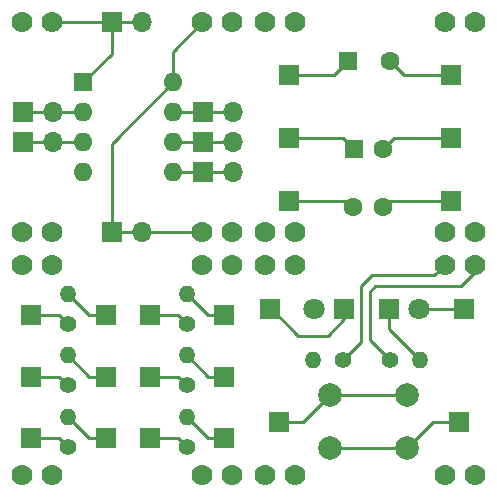
<source format=gbr>
%TF.GenerationSoftware,KiCad,Pcbnew,(6.0.7)*%
%TF.CreationDate,2022-09-26T02:54:27-06:00*%
%TF.ProjectId,HHC-MiniBadge-2022,4848432d-4d69-46e6-9942-616467652d32,v1.0*%
%TF.SameCoordinates,Original*%
%TF.FileFunction,Copper,L1,Top*%
%TF.FilePolarity,Positive*%
%FSLAX46Y46*%
G04 Gerber Fmt 4.6, Leading zero omitted, Abs format (unit mm)*
G04 Created by KiCad (PCBNEW (6.0.7)) date 2022-09-26 02:54:27*
%MOMM*%
%LPD*%
G01*
G04 APERTURE LIST*
%TA.AperFunction,ComponentPad*%
%ADD10R,1.700000X1.700000*%
%TD*%
%TA.AperFunction,ComponentPad*%
%ADD11O,1.700000X1.700000*%
%TD*%
%TA.AperFunction,ComponentPad*%
%ADD12C,1.778000*%
%TD*%
%TA.AperFunction,ComponentPad*%
%ADD13R,1.600000X1.600000*%
%TD*%
%TA.AperFunction,ComponentPad*%
%ADD14O,1.600000X1.600000*%
%TD*%
%TA.AperFunction,ComponentPad*%
%ADD15C,2.000000*%
%TD*%
%TA.AperFunction,ComponentPad*%
%ADD16O,1.400000X1.400000*%
%TD*%
%TA.AperFunction,ComponentPad*%
%ADD17C,1.400000*%
%TD*%
%TA.AperFunction,ComponentPad*%
%ADD18C,1.800000*%
%TD*%
%TA.AperFunction,ComponentPad*%
%ADD19R,1.800000X1.800000*%
%TD*%
%TA.AperFunction,ComponentPad*%
%ADD20C,1.600000*%
%TD*%
%TA.AperFunction,Conductor*%
%ADD21C,0.250000*%
%TD*%
G04 APERTURE END LIST*
D10*
%TO.P,J29,1,Pin_1*%
%TO.N,GND*%
X126952500Y-65805000D03*
D11*
%TO.P,J29,2,Pin_2*%
X129492500Y-65805000D03*
%TD*%
D10*
%TO.P,J28,1,Pin_1*%
%TO.N,+3.3V*%
X126952500Y-83585000D03*
D11*
%TO.P,J28,2,Pin_2*%
X129492500Y-83585000D03*
%TD*%
D10*
%TO.P,J5,1,Pin_1*%
%TO.N,Net-(J5-Pad1)*%
X134680000Y-75970000D03*
D11*
%TO.P,J5,2,Pin_2*%
X137220000Y-75970000D03*
%TD*%
D12*
%TO.P,U5,1,+5V*%
%TO.N,unconnected-(U5-Pad1)*%
X139920000Y-65810000D03*
%TO.P,U5,2,GND*%
%TO.N,unconnected-(U5-Pad2)*%
X142460000Y-65810000D03*
%TO.P,U5,7,+3v3*%
%TO.N,unconnected-(U5-Pad7)*%
X155160000Y-65810000D03*
%TO.P,U5,8,GND*%
%TO.N,unconnected-(U5-Pad8)*%
X157700000Y-65810000D03*
%TO.P,U5,9,NC*%
%TO.N,unconnected-(U5-Pad9)*%
X139920000Y-83590000D03*
%TO.P,U5,10,NC*%
%TO.N,unconnected-(U5-Pad10)*%
X142460000Y-83590000D03*
%TO.P,U5,15,+3v3*%
%TO.N,unconnected-(U5-Pad15)*%
X155160000Y-83590000D03*
%TO.P,U5,16,GND*%
%TO.N,unconnected-(U5-Pad16)*%
X157700000Y-83590000D03*
%TD*%
%TO.P,U4,16,GND*%
%TO.N,unconnected-(U4-Pad16)*%
X137180000Y-104110000D03*
%TO.P,U4,15,+3v3*%
%TO.N,unconnected-(U4-Pad15)*%
X134640000Y-104110000D03*
%TO.P,U4,10,NC*%
%TO.N,unconnected-(U4-Pad10)*%
X121940000Y-104110000D03*
%TO.P,U4,9,NC*%
%TO.N,unconnected-(U4-Pad9)*%
X119400000Y-104110000D03*
%TO.P,U4,8,GND*%
%TO.N,unconnected-(U4-Pad8)*%
X137180000Y-86330000D03*
%TO.P,U4,7,+3v3*%
%TO.N,unconnected-(U4-Pad7)*%
X134640000Y-86330000D03*
%TO.P,U4,2,GND*%
%TO.N,unconnected-(U4-Pad2)*%
X121940000Y-86330000D03*
%TO.P,U4,1,+5V*%
%TO.N,unconnected-(U4-Pad1)*%
X119400000Y-86330000D03*
%TD*%
%TO.P,U3,16,GND*%
%TO.N,unconnected-(U3-Pad16)*%
X157700000Y-104110000D03*
%TO.P,U3,15,+3v3*%
%TO.N,unconnected-(U3-Pad15)*%
X155160000Y-104110000D03*
%TO.P,U3,10,NC*%
%TO.N,unconnected-(U3-Pad10)*%
X142460000Y-104110000D03*
%TO.P,U3,9,NC*%
%TO.N,unconnected-(U3-Pad9)*%
X139920000Y-104110000D03*
%TO.P,U3,8,GND*%
%TO.N,GND*%
X157700000Y-86330000D03*
%TO.P,U3,7,+3v3*%
%TO.N,+3.3V*%
X155160000Y-86330000D03*
%TO.P,U3,2,GND*%
%TO.N,unconnected-(U3-Pad2)*%
X142460000Y-86330000D03*
%TO.P,U3,1,+5V*%
%TO.N,unconnected-(U3-Pad1)*%
X139920000Y-86330000D03*
%TD*%
%TO.P,U2,1,+5V*%
%TO.N,unconnected-(U2-Pad1)*%
X119400000Y-65810000D03*
%TO.P,U2,2,GND*%
%TO.N,GND*%
X121940000Y-65810000D03*
%TO.P,U2,7,+3v3*%
%TO.N,+3.3V*%
X134640000Y-65810000D03*
%TO.P,U2,8,GND*%
%TO.N,unconnected-(U2-Pad8)*%
X137180000Y-65810000D03*
%TO.P,U2,9,NC*%
%TO.N,unconnected-(U2-Pad9)*%
X119400000Y-83590000D03*
%TO.P,U2,10,NC*%
%TO.N,unconnected-(U2-Pad10)*%
X121940000Y-83590000D03*
%TO.P,U2,15,+3v3*%
%TO.N,+3.3V*%
X134640000Y-83590000D03*
%TO.P,U2,16,GND*%
%TO.N,unconnected-(U2-Pad16)*%
X137180000Y-83590000D03*
%TD*%
D13*
%TO.P,U1,1,GND*%
%TO.N,GND*%
X124520000Y-70890000D03*
D14*
%TO.P,U1,2,TR*%
%TO.N,Net-(J1-Pad1)*%
X124520000Y-73430000D03*
%TO.P,U1,3,Q*%
%TO.N,Net-(J3-Pad1)*%
X124520000Y-75970000D03*
%TO.P,U1,4,R*%
%TO.N,+3.3V*%
X124520000Y-78510000D03*
%TO.P,U1,5,CV*%
%TO.N,Net-(J2-Pad1)*%
X132140000Y-78510000D03*
%TO.P,U1,6,THR*%
%TO.N,Net-(J5-Pad1)*%
X132140000Y-75970000D03*
%TO.P,U1,7,DIS*%
%TO.N,Net-(J4-Pad1)*%
X132140000Y-73430000D03*
%TO.P,U1,8,VCC*%
%TO.N,+3.3V*%
X132140000Y-70890000D03*
%TD*%
D15*
%TO.P,SW1,2,2*%
%TO.N,Net-(J25-Pad1)*%
X151972500Y-101860000D03*
X145472500Y-101860000D03*
%TO.P,SW1,1,1*%
%TO.N,Net-(J24-Pad1)*%
X145472500Y-97360000D03*
X151972500Y-97360000D03*
%TD*%
D16*
%TO.P,R8,2*%
%TO.N,Net-(D2-Pad1)*%
X153060000Y-94400000D03*
D17*
%TO.P,R8,1*%
%TO.N,GND*%
X150520000Y-94400000D03*
%TD*%
D16*
%TO.P,R7,2*%
%TO.N,Net-(D1-Pad2)*%
X144020000Y-94390000D03*
D17*
%TO.P,R7,1*%
%TO.N,+3.3V*%
X146560000Y-94390000D03*
%TD*%
%TO.P,R6,1*%
%TO.N,Net-(J20-Pad1)*%
X133322500Y-91330000D03*
D16*
%TO.P,R6,2*%
%TO.N,Net-(J23-Pad1)*%
X133322500Y-88790000D03*
%TD*%
D17*
%TO.P,R5,1*%
%TO.N,Net-(J19-Pad1)*%
X123265278Y-96532500D03*
D16*
%TO.P,R5,2*%
%TO.N,Net-(J22-Pad1)*%
X123265278Y-93992500D03*
%TD*%
%TO.P,R4,2*%
%TO.N,Net-(J21-Pad1)*%
X123265278Y-99195000D03*
D17*
%TO.P,R4,1*%
%TO.N,Net-(J18-Pad1)*%
X123265278Y-101735000D03*
%TD*%
%TO.P,R3,1*%
%TO.N,Net-(J14-Pad1)*%
X123265278Y-91330000D03*
D16*
%TO.P,R3,2*%
%TO.N,Net-(J17-Pad1)*%
X123265278Y-88790000D03*
%TD*%
D17*
%TO.P,R2,1*%
%TO.N,Net-(J13-Pad1)*%
X133322500Y-96532500D03*
D16*
%TO.P,R2,2*%
%TO.N,Net-(J16-Pad1)*%
X133322500Y-93992500D03*
%TD*%
%TO.P,R1,2*%
%TO.N,Net-(J15-Pad1)*%
X133322500Y-99195000D03*
D17*
%TO.P,R1,1*%
%TO.N,Net-(J12-Pad1)*%
X133322500Y-101735000D03*
%TD*%
D10*
%TO.P,J27,1,Pin_1*%
%TO.N,Net-(D2-Pad2)*%
X156775000Y-90115000D03*
%TD*%
%TO.P,J26,1,Pin_1*%
%TO.N,Net-(D1-Pad1)*%
X140370000Y-90115000D03*
%TD*%
%TO.P,J25,1,Pin_1*%
%TO.N,Net-(J25-Pad1)*%
X156410000Y-99635000D03*
%TD*%
%TO.P,J24,1,Pin_1*%
%TO.N,Net-(J24-Pad1)*%
X141140000Y-99630000D03*
%TD*%
%TO.P,J23,1,Pin_1*%
%TO.N,Net-(J23-Pad1)*%
X136510000Y-90605000D03*
%TD*%
%TO.P,J22,1,Pin_1*%
%TO.N,Net-(J22-Pad1)*%
X126450000Y-95807500D03*
%TD*%
%TO.P,J21,1,Pin_1*%
%TO.N,Net-(J21-Pad1)*%
X126450000Y-101010000D03*
%TD*%
%TO.P,J20,1,Pin_1*%
%TO.N,Net-(J20-Pad1)*%
X130185000Y-90605000D03*
%TD*%
%TO.P,J19,1,Pin_1*%
%TO.N,Net-(J19-Pad1)*%
X120130278Y-95807500D03*
%TD*%
%TO.P,J18,1,Pin_1*%
%TO.N,Net-(J18-Pad1)*%
X120130278Y-101010000D03*
%TD*%
%TO.P,J17,1,Pin_1*%
%TO.N,Net-(J17-Pad1)*%
X126450000Y-90605000D03*
%TD*%
%TO.P,J16,1,Pin_1*%
%TO.N,Net-(J16-Pad1)*%
X136510000Y-95807500D03*
%TD*%
%TO.P,J15,1,Pin_1*%
%TO.N,Net-(J15-Pad1)*%
X136510000Y-101010000D03*
%TD*%
%TO.P,J14,1,Pin_1*%
%TO.N,Net-(J14-Pad1)*%
X120130278Y-90605000D03*
%TD*%
%TO.P,J13,1,Pin_1*%
%TO.N,Net-(J13-Pad1)*%
X130185000Y-95807500D03*
%TD*%
%TO.P,J12,1,Pin_1*%
%TO.N,Net-(J12-Pad1)*%
X130185000Y-101010000D03*
%TD*%
%TO.P,J11,1,Pin_1*%
%TO.N,Net-(C3-Pad2)*%
X155655000Y-80945000D03*
%TD*%
%TO.P,J10,1,Pin_1*%
%TO.N,Net-(C2-Pad2)*%
X155670000Y-75627500D03*
%TD*%
%TO.P,J9,1,Pin_1*%
%TO.N,Net-(C1-Pad2)*%
X155670000Y-70310000D03*
%TD*%
%TO.P,J8,1,Pin_1*%
%TO.N,Net-(C3-Pad1)*%
X141990000Y-80945000D03*
%TD*%
%TO.P,J7,1,Pin_1*%
%TO.N,Net-(C2-Pad1)*%
X142005000Y-75627500D03*
%TD*%
%TO.P,J6,1,Pin_1*%
%TO.N,Net-(C1-Pad1)*%
X142005000Y-70310000D03*
%TD*%
%TO.P,J4,1,Pin_1*%
%TO.N,Net-(J4-Pad1)*%
X134680000Y-73430000D03*
D11*
%TO.P,J4,2,Pin_2*%
X137220000Y-73430000D03*
%TD*%
D10*
%TO.P,J3,1,Pin_1*%
%TO.N,Net-(J3-Pad1)*%
X119440000Y-75970000D03*
D11*
%TO.P,J3,2,Pin_2*%
X121980000Y-75970000D03*
%TD*%
D10*
%TO.P,J2,1,Pin_1*%
%TO.N,Net-(J2-Pad1)*%
X134680000Y-78510000D03*
D11*
%TO.P,J2,2,Pin_2*%
X137220000Y-78510000D03*
%TD*%
D10*
%TO.P,J1,1,Pin_1*%
%TO.N,Net-(J1-Pad1)*%
X119440000Y-73430000D03*
D11*
%TO.P,J1,2,Pin_2*%
X121980000Y-73430000D03*
%TD*%
D18*
%TO.P,D2,2,A*%
%TO.N,Net-(D2-Pad2)*%
X153005000Y-90090000D03*
D19*
%TO.P,D2,1,K*%
%TO.N,Net-(D2-Pad1)*%
X150465000Y-90090000D03*
%TD*%
D18*
%TO.P,D1,2,A*%
%TO.N,Net-(D1-Pad2)*%
X144080000Y-90090000D03*
D19*
%TO.P,D1,1,K*%
%TO.N,Net-(D1-Pad1)*%
X146620000Y-90090000D03*
%TD*%
D20*
%TO.P,C3,1*%
%TO.N,Net-(C3-Pad1)*%
X147410000Y-81410000D03*
%TO.P,C3,2*%
%TO.N,Net-(C3-Pad2)*%
X149910000Y-81410000D03*
%TD*%
D13*
%TO.P,C2,1*%
%TO.N,Net-(C2-Pad1)*%
X147454888Y-76500000D03*
D20*
%TO.P,C2,2*%
%TO.N,Net-(C2-Pad2)*%
X149954888Y-76500000D03*
%TD*%
D13*
%TO.P,C1,1*%
%TO.N,Net-(C1-Pad1)*%
X147007349Y-69070000D03*
D20*
%TO.P,C1,2*%
%TO.N,Net-(C1-Pad2)*%
X150507349Y-69070000D03*
%TD*%
D21*
%TO.N,Net-(C3-Pad2)*%
X150375000Y-80945000D02*
X149910000Y-81410000D01*
X155655000Y-80945000D02*
X150375000Y-80945000D01*
%TO.N,Net-(C3-Pad1)*%
X146945000Y-80945000D02*
X147410000Y-81410000D01*
X141990000Y-80945000D02*
X146945000Y-80945000D01*
%TO.N,Net-(C2-Pad2)*%
X150827388Y-75627500D02*
X149954888Y-76500000D01*
X155670000Y-75627500D02*
X150827388Y-75627500D01*
%TO.N,Net-(C2-Pad1)*%
X146582388Y-75627500D02*
X147454888Y-76500000D01*
X142005000Y-75627500D02*
X146582388Y-75627500D01*
%TO.N,Net-(C1-Pad2)*%
X151747349Y-70310000D02*
X150507349Y-69070000D01*
X155670000Y-70310000D02*
X151747349Y-70310000D01*
%TO.N,Net-(C1-Pad1)*%
X145767349Y-70310000D02*
X147007349Y-69070000D01*
X142005000Y-70310000D02*
X145767349Y-70310000D01*
%TO.N,+3.3V*%
X148070000Y-92880000D02*
X146560000Y-94390000D01*
X148070000Y-88130000D02*
X148070000Y-92880000D01*
X148980000Y-87220000D02*
X148070000Y-88130000D01*
X154270000Y-87220000D02*
X148980000Y-87220000D01*
X155160000Y-86330000D02*
X154270000Y-87220000D01*
%TO.N,GND*%
X148800000Y-92680000D02*
X150520000Y-94400000D01*
X148800000Y-88650000D02*
X148800000Y-92680000D01*
X156540000Y-88150000D02*
X149300000Y-88150000D01*
X157700000Y-86330000D02*
X157700000Y-86990000D01*
X157700000Y-86990000D02*
X156540000Y-88150000D01*
X149300000Y-88150000D02*
X148800000Y-88650000D01*
%TO.N,Net-(D1-Pad1)*%
X145240000Y-92350000D02*
X146620000Y-90970000D01*
X146620000Y-90970000D02*
X146620000Y-90090000D01*
X142740000Y-92350000D02*
X145240000Y-92350000D01*
X140505000Y-90115000D02*
X142740000Y-92350000D01*
X140370000Y-90115000D02*
X140505000Y-90115000D01*
%TO.N,Net-(D2-Pad1)*%
X150465000Y-91805000D02*
X153060000Y-94400000D01*
X150465000Y-90090000D02*
X150465000Y-91805000D01*
%TO.N,Net-(D2-Pad2)*%
X153030000Y-90115000D02*
X153005000Y-90090000D01*
X156775000Y-90115000D02*
X153030000Y-90115000D01*
%TO.N,Net-(J25-Pad1)*%
X151972500Y-101860000D02*
X154197500Y-99635000D01*
X154197500Y-99635000D02*
X156410000Y-99635000D01*
X145472500Y-101860000D02*
X151972500Y-101860000D01*
%TO.N,Net-(J24-Pad1)*%
X145472500Y-97360000D02*
X151972500Y-97360000D01*
X143202500Y-99630000D02*
X145472500Y-97360000D01*
X141140000Y-99630000D02*
X143202500Y-99630000D01*
%TO.N,Net-(J15-Pad1)*%
X133322500Y-99195000D02*
X135137500Y-101010000D01*
X135137500Y-101010000D02*
X136510000Y-101010000D01*
%TO.N,Net-(J12-Pad1)*%
X132597500Y-101010000D02*
X133322500Y-101735000D01*
X130185000Y-101010000D02*
X132597500Y-101010000D01*
%TO.N,Net-(J21-Pad1)*%
X125080278Y-101010000D02*
X126450000Y-101010000D01*
X123265278Y-99195000D02*
X125080278Y-101010000D01*
%TO.N,Net-(J18-Pad1)*%
X122540278Y-101010000D02*
X123265278Y-101735000D01*
X120130278Y-101010000D02*
X122540278Y-101010000D01*
%TO.N,Net-(J16-Pad1)*%
X135137500Y-95807500D02*
X136510000Y-95807500D01*
X133322500Y-93992500D02*
X135137500Y-95807500D01*
%TO.N,Net-(J13-Pad1)*%
X132597500Y-95807500D02*
X133322500Y-96532500D01*
X130185000Y-95807500D02*
X132597500Y-95807500D01*
%TO.N,Net-(J22-Pad1)*%
X125080278Y-95807500D02*
X126450000Y-95807500D01*
X123265278Y-93992500D02*
X125080278Y-95807500D01*
%TO.N,Net-(J19-Pad1)*%
X120130278Y-95807500D02*
X122540278Y-95807500D01*
X122540278Y-95807500D02*
X123265278Y-96532500D01*
%TO.N,Net-(J23-Pad1)*%
X135137500Y-90605000D02*
X136510000Y-90605000D01*
X133322500Y-88790000D02*
X135137500Y-90605000D01*
%TO.N,Net-(J20-Pad1)*%
X132597500Y-90605000D02*
X133322500Y-91330000D01*
X130185000Y-90605000D02*
X132597500Y-90605000D01*
%TO.N,Net-(J17-Pad1)*%
X125080278Y-90605000D02*
X126450000Y-90605000D01*
X123265278Y-88790000D02*
X125080278Y-90605000D01*
%TO.N,Net-(J14-Pad1)*%
X122540278Y-90605000D02*
X123265278Y-91330000D01*
X120130278Y-90605000D02*
X122540278Y-90605000D01*
%TO.N,Net-(J3-Pad1)*%
X121980000Y-75970000D02*
X119440000Y-75970000D01*
X124520000Y-75970000D02*
X121980000Y-75970000D01*
%TO.N,Net-(J1-Pad1)*%
X121980000Y-73430000D02*
X124520000Y-73430000D01*
X119440000Y-73430000D02*
X121980000Y-73430000D01*
%TO.N,Net-(J2-Pad1)*%
X134680000Y-78510000D02*
X137220000Y-78510000D01*
X132140000Y-78510000D02*
X134680000Y-78510000D01*
%TO.N,Net-(J5-Pad1)*%
X134680000Y-75970000D02*
X137220000Y-75970000D01*
X132140000Y-75970000D02*
X134680000Y-75970000D01*
%TO.N,Net-(J4-Pad1)*%
X134680000Y-73430000D02*
X137220000Y-73430000D01*
X132140000Y-73430000D02*
X134680000Y-73430000D01*
%TO.N,+3.3V*%
X126952500Y-76077500D02*
X126952500Y-83585000D01*
X132140000Y-70890000D02*
X126952500Y-76077500D01*
X132140000Y-68310000D02*
X132140000Y-70890000D01*
X134640000Y-65810000D02*
X132140000Y-68310000D01*
X129492500Y-83585000D02*
X126952500Y-83585000D01*
X134640000Y-83590000D02*
X129497500Y-83590000D01*
X129497500Y-83590000D02*
X129492500Y-83585000D01*
%TO.N,GND*%
X126952500Y-68457500D02*
X124520000Y-70890000D01*
X126952500Y-65805000D02*
X126952500Y-68457500D01*
X126952500Y-65805000D02*
X129492500Y-65805000D01*
X121940000Y-65810000D02*
X126947500Y-65810000D01*
X126947500Y-65810000D02*
X126952500Y-65805000D01*
%TD*%
M02*

</source>
